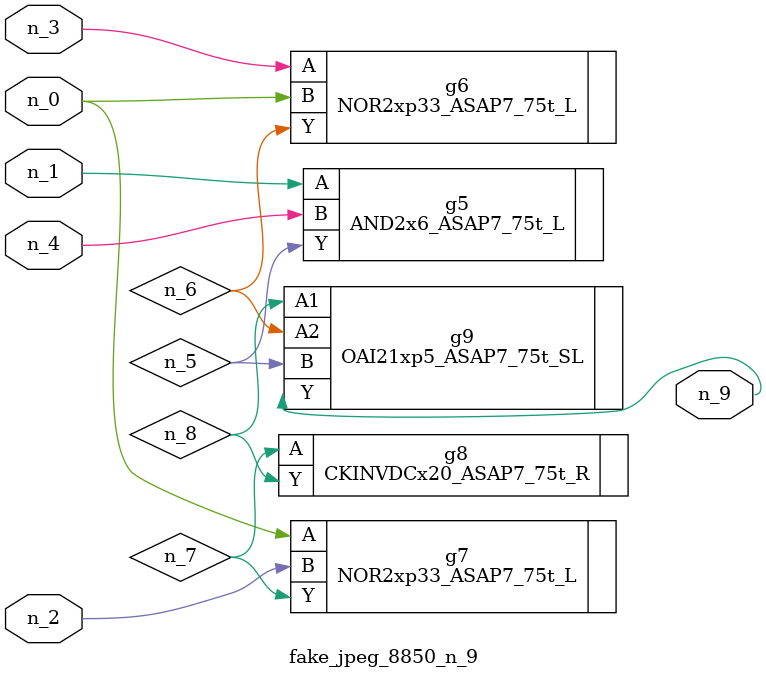
<source format=v>
module fake_jpeg_8850_n_9 (n_3, n_2, n_1, n_0, n_4, n_9);

input n_3;
input n_2;
input n_1;
input n_0;
input n_4;

output n_9;

wire n_8;
wire n_6;
wire n_5;
wire n_7;

AND2x6_ASAP7_75t_L g5 ( 
.A(n_1),
.B(n_4),
.Y(n_5)
);

NOR2xp33_ASAP7_75t_L g6 ( 
.A(n_3),
.B(n_0),
.Y(n_6)
);

NOR2xp33_ASAP7_75t_L g7 ( 
.A(n_0),
.B(n_2),
.Y(n_7)
);

CKINVDCx20_ASAP7_75t_R g8 ( 
.A(n_7),
.Y(n_8)
);

OAI21xp5_ASAP7_75t_SL g9 ( 
.A1(n_8),
.A2(n_6),
.B(n_5),
.Y(n_9)
);


endmodule
</source>
